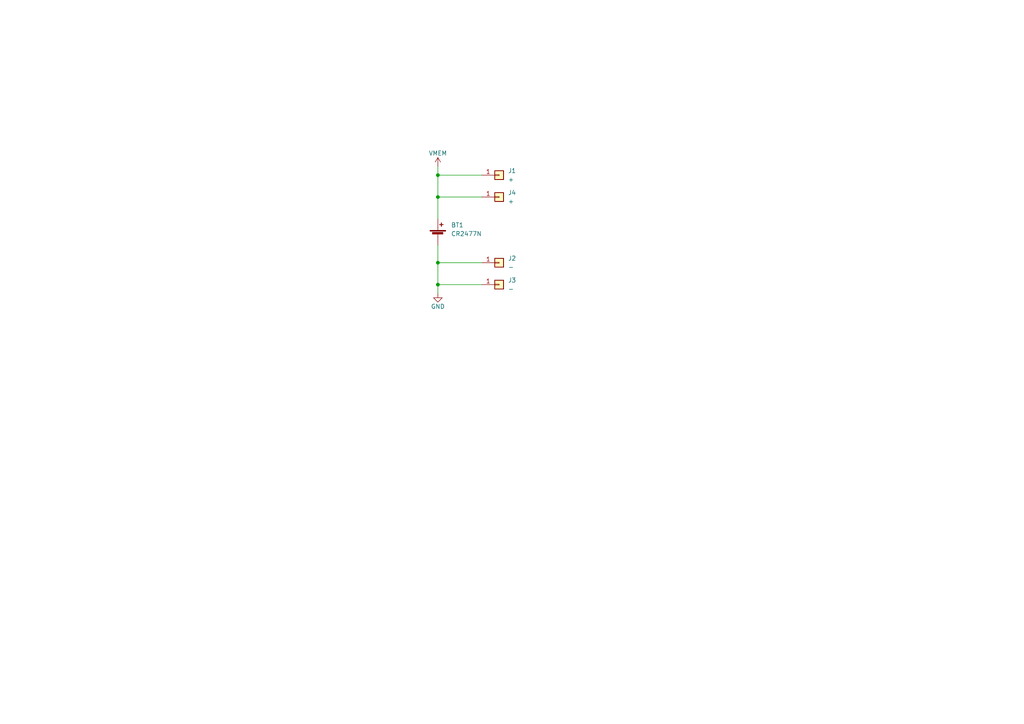
<source format=kicad_sch>
(kicad_sch (version 20211123) (generator eeschema)

  (uuid 448e1542-9dff-4752-87bf-c43d573490d7)

  (paper "A4")

  (title_block
    (title "Compaq Portable III Battery Module")
    (date "2022-05-23")
    (rev "1.1")
    (company "Designed by Sergey Kiselev")
    (comment 2 "Licensed under CERN-OHL-S: https://cern-ohl.web.cern.ch")
    (comment 3 "Documentation and design files: https://github.com/skiselev/compaq-portable-iii-battery")
    (comment 4 "Compaq Portable III Battery Module is an open source hardware project")
  )

  (lib_symbols
    (symbol "Connector_Generic:Conn_01x01" (pin_names (offset 1.016) hide) (in_bom yes) (on_board yes)
      (property "Reference" "J" (id 0) (at 0 2.54 0)
        (effects (font (size 1.27 1.27)))
      )
      (property "Value" "Conn_01x01" (id 1) (at 0 -2.54 0)
        (effects (font (size 1.27 1.27)))
      )
      (property "Footprint" "" (id 2) (at 0 0 0)
        (effects (font (size 1.27 1.27)) hide)
      )
      (property "Datasheet" "~" (id 3) (at 0 0 0)
        (effects (font (size 1.27 1.27)) hide)
      )
      (property "ki_keywords" "connector" (id 4) (at 0 0 0)
        (effects (font (size 1.27 1.27)) hide)
      )
      (property "ki_description" "Generic connector, single row, 01x01, script generated (kicad-library-utils/schlib/autogen/connector/)" (id 5) (at 0 0 0)
        (effects (font (size 1.27 1.27)) hide)
      )
      (property "ki_fp_filters" "Connector*:*_1x??_*" (id 6) (at 0 0 0)
        (effects (font (size 1.27 1.27)) hide)
      )
      (symbol "Conn_01x01_1_1"
        (rectangle (start -1.27 0.127) (end 0 -0.127)
          (stroke (width 0.1524) (type default) (color 0 0 0 0))
          (fill (type none))
        )
        (rectangle (start -1.27 1.27) (end 1.27 -1.27)
          (stroke (width 0.254) (type default) (color 0 0 0 0))
          (fill (type background))
        )
        (pin passive line (at -5.08 0 0) (length 3.81)
          (name "Pin_1" (effects (font (size 1.27 1.27))))
          (number "1" (effects (font (size 1.27 1.27))))
        )
      )
    )
    (symbol "Device:Battery_Cell" (pin_numbers hide) (pin_names (offset 0) hide) (in_bom yes) (on_board yes)
      (property "Reference" "BT" (id 0) (at 2.54 2.54 0)
        (effects (font (size 1.27 1.27)) (justify left))
      )
      (property "Value" "Battery_Cell" (id 1) (at 2.54 0 0)
        (effects (font (size 1.27 1.27)) (justify left))
      )
      (property "Footprint" "" (id 2) (at 0 1.524 90)
        (effects (font (size 1.27 1.27)) hide)
      )
      (property "Datasheet" "~" (id 3) (at 0 1.524 90)
        (effects (font (size 1.27 1.27)) hide)
      )
      (property "ki_keywords" "battery cell" (id 4) (at 0 0 0)
        (effects (font (size 1.27 1.27)) hide)
      )
      (property "ki_description" "Single-cell battery" (id 5) (at 0 0 0)
        (effects (font (size 1.27 1.27)) hide)
      )
      (symbol "Battery_Cell_0_1"
        (rectangle (start -2.286 1.778) (end 2.286 1.524)
          (stroke (width 0) (type default) (color 0 0 0 0))
          (fill (type outline))
        )
        (rectangle (start -1.5748 1.1938) (end 1.4732 0.6858)
          (stroke (width 0) (type default) (color 0 0 0 0))
          (fill (type outline))
        )
        (polyline
          (pts
            (xy 0 0.762)
            (xy 0 0)
          )
          (stroke (width 0) (type default) (color 0 0 0 0))
          (fill (type none))
        )
        (polyline
          (pts
            (xy 0 1.778)
            (xy 0 2.54)
          )
          (stroke (width 0) (type default) (color 0 0 0 0))
          (fill (type none))
        )
        (polyline
          (pts
            (xy 0.508 3.429)
            (xy 1.524 3.429)
          )
          (stroke (width 0.254) (type default) (color 0 0 0 0))
          (fill (type none))
        )
        (polyline
          (pts
            (xy 1.016 3.937)
            (xy 1.016 2.921)
          )
          (stroke (width 0.254) (type default) (color 0 0 0 0))
          (fill (type none))
        )
      )
      (symbol "Battery_Cell_1_1"
        (pin passive line (at 0 5.08 270) (length 2.54)
          (name "+" (effects (font (size 1.27 1.27))))
          (number "1" (effects (font (size 1.27 1.27))))
        )
        (pin passive line (at 0 -2.54 90) (length 2.54)
          (name "-" (effects (font (size 1.27 1.27))))
          (number "2" (effects (font (size 1.27 1.27))))
        )
      )
    )
    (symbol "power:GND" (power) (pin_names (offset 0)) (in_bom yes) (on_board yes)
      (property "Reference" "#PWR" (id 0) (at 0 -6.35 0)
        (effects (font (size 1.27 1.27)) hide)
      )
      (property "Value" "GND" (id 1) (at 0 -3.81 0)
        (effects (font (size 1.27 1.27)))
      )
      (property "Footprint" "" (id 2) (at 0 0 0)
        (effects (font (size 1.27 1.27)) hide)
      )
      (property "Datasheet" "" (id 3) (at 0 0 0)
        (effects (font (size 1.27 1.27)) hide)
      )
      (property "ki_keywords" "power-flag" (id 4) (at 0 0 0)
        (effects (font (size 1.27 1.27)) hide)
      )
      (property "ki_description" "Power symbol creates a global label with name \"GND\" , ground" (id 5) (at 0 0 0)
        (effects (font (size 1.27 1.27)) hide)
      )
      (symbol "GND_0_1"
        (polyline
          (pts
            (xy 0 0)
            (xy 0 -1.27)
            (xy 1.27 -1.27)
            (xy 0 -2.54)
            (xy -1.27 -1.27)
            (xy 0 -1.27)
          )
          (stroke (width 0) (type default) (color 0 0 0 0))
          (fill (type none))
        )
      )
      (symbol "GND_1_1"
        (pin power_in line (at 0 0 270) (length 0) hide
          (name "GND" (effects (font (size 1.27 1.27))))
          (number "1" (effects (font (size 1.27 1.27))))
        )
      )
    )
    (symbol "power:VMEM" (power) (pin_names (offset 0)) (in_bom yes) (on_board yes)
      (property "Reference" "#PWR" (id 0) (at 0 -3.81 0)
        (effects (font (size 1.27 1.27)) hide)
      )
      (property "Value" "VMEM" (id 1) (at 0 3.81 0)
        (effects (font (size 1.27 1.27)))
      )
      (property "Footprint" "" (id 2) (at 0 0 0)
        (effects (font (size 1.27 1.27)) hide)
      )
      (property "Datasheet" "" (id 3) (at 0 0 0)
        (effects (font (size 1.27 1.27)) hide)
      )
      (property "ki_keywords" "power-flag" (id 4) (at 0 0 0)
        (effects (font (size 1.27 1.27)) hide)
      )
      (property "ki_description" "Power symbol creates a global label with name \"VMEM\"" (id 5) (at 0 0 0)
        (effects (font (size 1.27 1.27)) hide)
      )
      (symbol "VMEM_0_1"
        (polyline
          (pts
            (xy -0.762 1.27)
            (xy 0 2.54)
          )
          (stroke (width 0) (type default) (color 0 0 0 0))
          (fill (type none))
        )
        (polyline
          (pts
            (xy 0 0)
            (xy 0 2.54)
          )
          (stroke (width 0) (type default) (color 0 0 0 0))
          (fill (type none))
        )
        (polyline
          (pts
            (xy 0 2.54)
            (xy 0.762 1.27)
          )
          (stroke (width 0) (type default) (color 0 0 0 0))
          (fill (type none))
        )
      )
      (symbol "VMEM_1_1"
        (pin power_in line (at 0 0 90) (length 0) hide
          (name "VMEM" (effects (font (size 1.27 1.27))))
          (number "1" (effects (font (size 1.27 1.27))))
        )
      )
    )
  )

  (junction (at 127 50.8) (diameter 0) (color 0 0 0 0)
    (uuid 49739ae3-0d63-47a3-9aeb-d63cdbf6c757)
  )
  (junction (at 127 76.2) (diameter 0) (color 0 0 0 0)
    (uuid a380b368-f1b0-478b-bd6a-7b8a21e0547c)
  )
  (junction (at 127 82.55) (diameter 0) (color 0 0 0 0)
    (uuid bc2fb48f-a2c4-47f9-ac02-542356e146e0)
  )
  (junction (at 127 57.15) (diameter 0) (color 0 0 0 0)
    (uuid e5bf7cbb-d95b-4cce-a5d8-f8f8298fb135)
  )

  (wire (pts (xy 139.7 57.15) (xy 127 57.15))
    (stroke (width 0) (type default) (color 0 0 0 0))
    (uuid 1a5bb072-dbda-4935-9d85-e856bd81750d)
  )
  (wire (pts (xy 139.7 82.55) (xy 127 82.55))
    (stroke (width 0) (type default) (color 0 0 0 0))
    (uuid 1c889ec4-b4c7-40df-9551-fc784f3d4a95)
  )
  (wire (pts (xy 127 50.8) (xy 127 57.15))
    (stroke (width 0) (type default) (color 0 0 0 0))
    (uuid 6ae34009-afd9-4532-b4aa-6a2a45500e72)
  )
  (wire (pts (xy 127 48.26) (xy 127 50.8))
    (stroke (width 0) (type default) (color 0 0 0 0))
    (uuid 772ff11a-7170-4003-831e-abc95591421a)
  )
  (wire (pts (xy 127 82.55) (xy 127 85.09))
    (stroke (width 0) (type default) (color 0 0 0 0))
    (uuid 79fccbec-0ea3-4aeb-a2c6-e109292cf95b)
  )
  (wire (pts (xy 127 82.55) (xy 127 76.2))
    (stroke (width 0) (type default) (color 0 0 0 0))
    (uuid c693540d-69a1-460c-8a5e-c3a0db114bed)
  )
  (wire (pts (xy 139.7 76.2) (xy 127 76.2))
    (stroke (width 0) (type default) (color 0 0 0 0))
    (uuid d22bc46c-29d4-4186-9e13-e3d6694633fb)
  )
  (wire (pts (xy 127 57.15) (xy 127 63.5))
    (stroke (width 0) (type default) (color 0 0 0 0))
    (uuid d531eea3-7958-4dcd-a33b-37844eb890b8)
  )
  (wire (pts (xy 139.7 50.8) (xy 127 50.8))
    (stroke (width 0) (type default) (color 0 0 0 0))
    (uuid d66f08ee-f163-451f-ba49-0059b9ad4677)
  )
  (wire (pts (xy 127 71.12) (xy 127 76.2))
    (stroke (width 0) (type default) (color 0 0 0 0))
    (uuid fd0f5ab7-1cf0-434c-8e0c-467b76ba9da1)
  )

  (symbol (lib_id "Connector_Generic:Conn_01x01") (at 144.78 57.15 0) (unit 1)
    (in_bom yes) (on_board yes) (fields_autoplaced)
    (uuid 4521d43a-dbcc-4ed3-98cd-22b11b34fd8b)
    (property "Reference" "J4" (id 0) (at 147.32 55.8799 0)
      (effects (font (size 1.27 1.27)) (justify left))
    )
    (property "Value" "+" (id 1) (at 147.32 58.4199 0)
      (effects (font (size 1.27 1.27)) (justify left))
    )
    (property "Footprint" "My_Components:Conn_Pin_Header_1x1_2.54mm" (id 2) (at 144.78 57.15 0)
      (effects (font (size 1.27 1.27)) hide)
    )
    (property "Datasheet" "~" (id 3) (at 144.78 57.15 0)
      (effects (font (size 1.27 1.27)) hide)
    )
    (pin "1" (uuid 672c2afa-4a82-4119-8f7f-025508f9124c))
  )

  (symbol (lib_id "Connector_Generic:Conn_01x01") (at 144.78 82.55 0) (unit 1)
    (in_bom yes) (on_board yes) (fields_autoplaced)
    (uuid 51a2d8fd-597b-4c11-ba28-e1707d1e9ff8)
    (property "Reference" "J3" (id 0) (at 147.32 81.2799 0)
      (effects (font (size 1.27 1.27)) (justify left))
    )
    (property "Value" "-" (id 1) (at 147.32 83.8199 0)
      (effects (font (size 1.27 1.27)) (justify left))
    )
    (property "Footprint" "My_Components:Conn_Pin_Header_1x1_2.54mm_NoKey" (id 2) (at 144.78 82.55 0)
      (effects (font (size 1.27 1.27)) hide)
    )
    (property "Datasheet" "~" (id 3) (at 144.78 82.55 0)
      (effects (font (size 1.27 1.27)) hide)
    )
    (pin "1" (uuid 3fc56315-e34c-432d-b3f7-261e4ca3a67a))
  )

  (symbol (lib_id "power:GND") (at 127 85.09 0) (unit 1)
    (in_bom yes) (on_board yes)
    (uuid 6f743fd8-db3c-4109-945b-e77b47571cfc)
    (property "Reference" "#PWR?" (id 0) (at 127 91.44 0)
      (effects (font (size 1.27 1.27)) hide)
    )
    (property "Value" "GND" (id 1) (at 127 88.9 0))
    (property "Footprint" "" (id 2) (at 127 85.09 0)
      (effects (font (size 1.27 1.27)) hide)
    )
    (property "Datasheet" "" (id 3) (at 127 85.09 0)
      (effects (font (size 1.27 1.27)) hide)
    )
    (pin "1" (uuid d4bc1795-b358-4bcf-a937-5b52f5a9b05f))
  )

  (symbol (lib_id "Device:Battery_Cell") (at 127 68.58 0) (unit 1)
    (in_bom yes) (on_board yes) (fields_autoplaced)
    (uuid 83243eb0-ad5c-4511-aec4-efae644dbc5f)
    (property "Reference" "BT1" (id 0) (at 130.81 65.2779 0)
      (effects (font (size 1.27 1.27)) (justify left))
    )
    (property "Value" "CR2477N" (id 1) (at 130.81 67.8179 0)
      (effects (font (size 1.27 1.27)) (justify left))
    )
    (property "Footprint" "My_Components:Battery_Holder_Renata_SMTU2477N-LF_Hand_Soldering" (id 2) (at 127 67.056 90)
      (effects (font (size 1.27 1.27)) hide)
    )
    (property "Datasheet" "~" (id 3) (at 127 67.056 90)
      (effects (font (size 1.27 1.27)) hide)
    )
    (pin "1" (uuid 97c0089d-166b-4a85-bcdc-f6bf19f0cb31))
    (pin "2" (uuid 4ee995e8-35e1-4bb9-88d1-7fb1e3f9a7a7))
  )

  (symbol (lib_id "Connector_Generic:Conn_01x01") (at 144.78 76.2 0) (unit 1)
    (in_bom yes) (on_board yes) (fields_autoplaced)
    (uuid 9e9a4329-d212-4860-90e5-16c3b1e38185)
    (property "Reference" "J2" (id 0) (at 147.32 74.9299 0)
      (effects (font (size 1.27 1.27)) (justify left))
    )
    (property "Value" "-" (id 1) (at 147.32 77.4699 0)
      (effects (font (size 1.27 1.27)) (justify left))
    )
    (property "Footprint" "My_Components:Conn_Pin_Header_1x1_2.54mm_NoKey" (id 2) (at 144.78 76.2 0)
      (effects (font (size 1.27 1.27)) hide)
    )
    (property "Datasheet" "~" (id 3) (at 144.78 76.2 0)
      (effects (font (size 1.27 1.27)) hide)
    )
    (pin "1" (uuid e195398e-6848-402c-a5bd-e9ecc0f84f2b))
  )

  (symbol (lib_id "Connector_Generic:Conn_01x01") (at 144.78 50.8 0) (unit 1)
    (in_bom yes) (on_board yes) (fields_autoplaced)
    (uuid a211ee37-79ea-4464-86e0-95da15d30838)
    (property "Reference" "J1" (id 0) (at 147.32 49.5299 0)
      (effects (font (size 1.27 1.27)) (justify left))
    )
    (property "Value" "+" (id 1) (at 147.32 52.0699 0)
      (effects (font (size 1.27 1.27)) (justify left))
    )
    (property "Footprint" "My_Components:Conn_Pin_Header_1x1_2.54mm" (id 2) (at 144.78 50.8 0)
      (effects (font (size 1.27 1.27)) hide)
    )
    (property "Datasheet" "~" (id 3) (at 144.78 50.8 0)
      (effects (font (size 1.27 1.27)) hide)
    )
    (pin "1" (uuid a3b5caf3-a80f-4757-82d8-925673ab13d3))
  )

  (symbol (lib_id "power:VMEM") (at 127 48.26 0) (unit 1)
    (in_bom yes) (on_board yes)
    (uuid ff0195ec-316a-430e-999a-afe3e67c9bc3)
    (property "Reference" "#PWR?" (id 0) (at 127 52.07 0)
      (effects (font (size 1.27 1.27)) hide)
    )
    (property "Value" "VMEM" (id 1) (at 127 44.45 0))
    (property "Footprint" "" (id 2) (at 127 48.26 0)
      (effects (font (size 1.27 1.27)) hide)
    )
    (property "Datasheet" "" (id 3) (at 127 48.26 0)
      (effects (font (size 1.27 1.27)) hide)
    )
    (pin "1" (uuid e61fdf7d-1187-479c-a47a-7e1f55518547))
  )

  (sheet_instances
    (path "/" (page "1"))
  )

  (symbol_instances
    (path "/6f743fd8-db3c-4109-945b-e77b47571cfc"
      (reference "#PWR?") (unit 1) (value "GND") (footprint "")
    )
    (path "/ff0195ec-316a-430e-999a-afe3e67c9bc3"
      (reference "#PWR?") (unit 1) (value "VMEM") (footprint "")
    )
    (path "/83243eb0-ad5c-4511-aec4-efae644dbc5f"
      (reference "BT1") (unit 1) (value "CR2477N") (footprint "My_Components:Battery_Holder_Renata_SMTU2477N-LF_Hand_Soldering")
    )
    (path "/a211ee37-79ea-4464-86e0-95da15d30838"
      (reference "J1") (unit 1) (value "+") (footprint "My_Components:Conn_Pin_Header_1x1_2.54mm")
    )
    (path "/9e9a4329-d212-4860-90e5-16c3b1e38185"
      (reference "J2") (unit 1) (value "-") (footprint "My_Components:Conn_Pin_Header_1x1_2.54mm_NoKey")
    )
    (path "/51a2d8fd-597b-4c11-ba28-e1707d1e9ff8"
      (reference "J3") (unit 1) (value "-") (footprint "My_Components:Conn_Pin_Header_1x1_2.54mm_NoKey")
    )
    (path "/4521d43a-dbcc-4ed3-98cd-22b11b34fd8b"
      (reference "J4") (unit 1) (value "+") (footprint "My_Components:Conn_Pin_Header_1x1_2.54mm")
    )
  )
)

</source>
